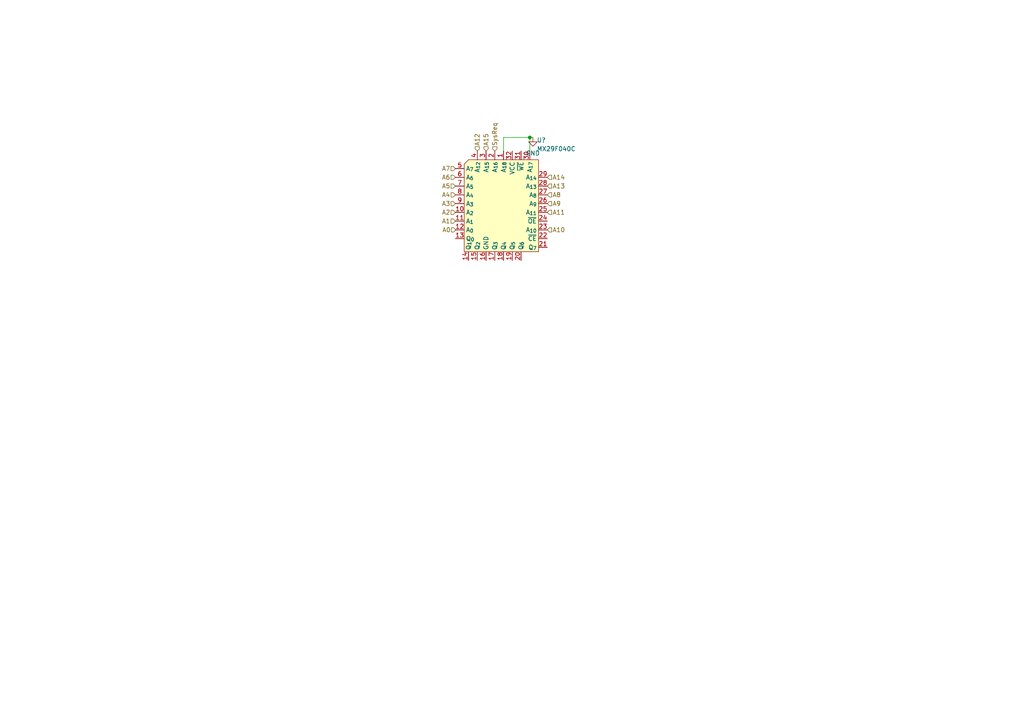
<source format=kicad_sch>
(kicad_sch (version 20211123) (generator eeschema)
  (paper "A4")
  (lib_symbols
    (symbol "Memory_Flash:MX29F040C"
      (property "Reference" "U" (at 1.27 -13.97 90))
      (property "Value" "MX29F040C" (at -1.27 -13.97 90))
      (symbol "MX29F040C_0_1"
        (polyline (pts (xy -10.16 -1.27) (xy 10.16 -1.27) (xy 10.16 -27.94) (xy -11.43 -27.94) (xy -11.43 -2.54) (xy -10.16 -1.27)) (fill (type background)))
      )
      (symbol "MX29F040C_1_1"
        (pin input line (at 0 1.27 270) (length 2.54) (name "A_{18}") (number "1"))
        (pin input line (at -13.97 -16.51 0) (length 2.54) (name "A_{2}") (number "10"))
        (pin input line (at -13.97 -19.05 0) (length 2.54) (name "A_{1}") (number "11"))
        (pin input line (at -13.97 -21.59 0) (length 2.54) (name "A_{0}") (number "12"))
        (pin input line (at -13.97 -24.13 0) (length 2.54) (name "Q_{0}") (number "13"))
        (pin bidirectional line (at -10.16 -30.48 90) (length 2.54) (name "Q_{1}") (number "14"))
        (pin bidirectional line (at -7.62 -30.48 90) (length 2.54) (name "Q_{2}") (number "15"))
        (pin power_in line (at -5.08 -30.48 90) (length 2.54) (name "GND") (number "16"))
        (pin bidirectional line (at -2.54 -30.48 90) (length 2.54) (name "Q_{3}") (number "17"))
        (pin bidirectional line (at 0 -30.48 90) (length 2.54) (name "Q_{4}") (number "18"))
        (pin bidirectional line (at 2.54 -30.48 90) (length 2.54) (name "Q_{5}") (number "19"))
        (pin input line (at -2.54 1.27 270) (length 2.54) (name "A_{16}") (number "2"))
        (pin bidirectional line (at 5.08 -30.48 90) (length 2.54) (name "Q_{6}") (number "20"))
        (pin bidirectional line (at 12.7 -26.67 180) (length 2.54) (name "Q_{7}") (number "21"))
        (pin input line (at 12.7 -24.13 180) (length 2.54) (name "~{CE}") (number "22"))
        (pin input line (at 12.7 -21.59 180) (length 2.54) (name "A_{10}") (number "23"))
        (pin input line (at 12.7 -19.05 180) (length 2.54) (name "~{OE}") (number "24"))
        (pin input line (at 12.7 -16.51 180) (length 2.54) (name "A_{11}") (number "25"))
        (pin input line (at 12.7 -13.97 180) (length 2.54) (name "A_{9}") (number "26"))
        (pin input line (at 12.7 -11.43 180) (length 2.54) (name "A_{8}") (number "27"))
        (pin input line (at 12.7 -8.89 180) (length 2.54) (name "A_{13}") (number "28"))
        (pin input line (at 12.7 -6.35 180) (length 2.54) (name "A_{14}") (number "29"))
        (pin input line (at -5.08 1.27 270) (length 2.54) (name "A_{15}") (number "3"))
        (pin input line (at 7.62 1.27 270) (length 2.54) (name "A_{17}") (number "30"))
        (pin input line (at 5.08 1.27 270) (length 2.54) (name "~{WE}") (number "31"))
        (pin power_in line (at 2.54 1.27 270) (length 2.54) (name "VCC") (number "32"))
        (pin input line (at -7.62 1.27 270) (length 2.54) (name "A_{12}") (number "4"))
        (pin input line (at -13.97 -3.81 0) (length 2.54) (name "A_{7}") (number "5"))
        (pin input line (at -13.97 -6.35 0) (length 2.54) (name "A_{6}") (number "6"))
        (pin input line (at -13.97 -8.89 0) (length 2.54) (name "A_{5}") (number "7"))
        (pin input line (at -13.97 -11.43 0) (length 2.54) (name "A_{4}") (number "8"))
        (pin input line (at -13.97 -13.97 0) (length 2.54) (name "A_{3}") (number "9"))
      )
    )
    (symbol "power:GND" (power) (pin_names (offset 0))
      (property "Value" "GND" (at 0 -3.81 0))
      (symbol "GND_0_1"
        (polyline (pts (xy 0 0) (xy 0 -1.27) (xy 1.27 -1.27) (xy 0 -2.54) (xy -1.27 -1.27) (xy 0 -1.27)))
      )
      (symbol "GND_1_1"
        (pin power_in line (at 0 0 270) (length 0) hide (name "GND") (number "1"))
      )
    )
  )
  (junction (at 153.67 39.878))
  (wire (pts (xy 153.67 39.878) (xy 153.67 43.815)))
  (wire (pts (xy 153.67 39.878) (xy 154.559 39.878)))
  (wire (pts (xy 146.05 43.815) (xy 146.05 39.878)))
  (wire (pts (xy 146.05 39.878) (xy 153.67 39.878)))
  (hierarchical_label "A3" (shape input) (at 132.08 59.055 180))
  (hierarchical_label "A11" (shape input) (at 158.75 61.595 0))
  (hierarchical_label "A1" (shape input) (at 132.08 64.135 180))
  (hierarchical_label "A0" (shape input) (at 132.207 66.675 180))
  (hierarchical_label "A12" (shape input) (at 138.43 43.815 90))
  (hierarchical_label "A15" (shape input) (at 140.97 43.815 90))
  (hierarchical_label "SysReq" (shape input) (at 143.51 43.815 90))
  (hierarchical_label "A9" (shape input) (at 158.75 59.055 0))
  (hierarchical_label "A4" (shape input) (at 132.08 56.515 180))
  (hierarchical_label "A7" (shape input) (at 132.08 48.895 180))
  (hierarchical_label "A2" (shape input) (at 132.08 61.595 180))
  (hierarchical_label "A10" (shape input) (at 158.75 66.675 0))
  (hierarchical_label "A5" (shape input) (at 132.08 53.975 180))
  (hierarchical_label "A13" (shape input) (at 158.75 53.975 0))
  (hierarchical_label "A6" (shape input) (at 132.08 51.435 180))
  (hierarchical_label "A14" (shape input) (at 158.75 51.435 0))
  (hierarchical_label "A8" (shape input) (at 158.75 56.515 0))
  (symbol (lib_id "Memory_Flash:MX29F040C") (at 146.05 45.085 0) (unit 1)
    (property "Reference" "U?" (at 155.6894 40.64 0) (effects (justify left)))
    (property "Value" "MX29F040C" (at 155.6894 43.18 0) (effects (justify left)))
    (property "Footprint" "Package_LCC:PLCC-32_11.4x14.0mm_P1.27mm" (effects hide))
  )
  (symbol (lib_id "power:GND") (at 154.559 39.878 0) (unit 1)
    (property "Reference" "#PWR?" (effects hide))
    (property "Value" "GND" (at 154.559 44.45 0))
  )
)
</source>
